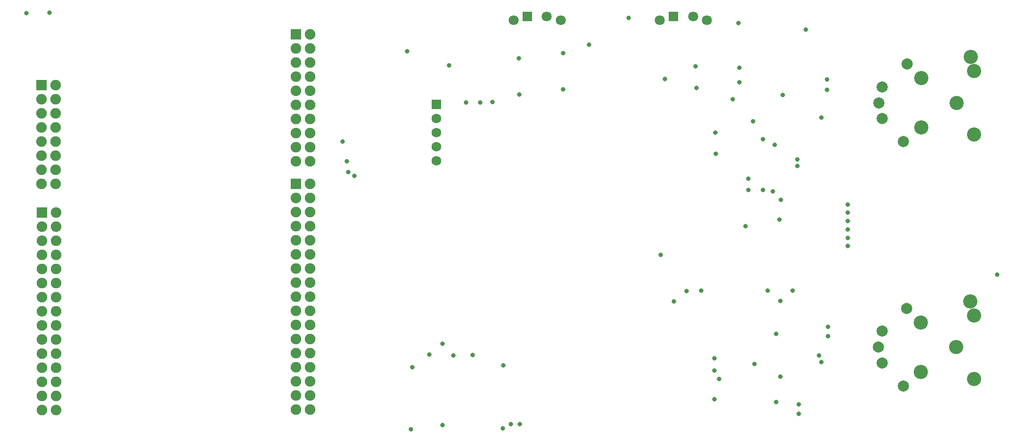
<source format=gbs>
G04*
G04 #@! TF.GenerationSoftware,Altium Limited,Altium Designer,19.0.15 (446)*
G04*
G04 Layer_Color=16711935*
%FSLAX25Y25*%
%MOIN*%
G70*
G01*
G75*
%ADD63C,0.10052*%
%ADD64C,0.07887*%
%ADD65R,0.07099X0.07099*%
%ADD66C,0.07099*%
%ADD67R,0.07493X0.07493*%
%ADD68C,0.07493*%
%ADD69C,0.06800*%
%ADD70R,0.06800X0.06800*%
%ADD71C,0.03162*%
D63*
X674902Y221595D02*
D03*
X662402Y244094D02*
D03*
X674902Y266595D02*
D03*
X672402Y276594D02*
D03*
X637402Y226594D02*
D03*
Y261595D02*
D03*
X637244Y88366D02*
D03*
Y53366D02*
D03*
X672244Y103366D02*
D03*
X674744Y93366D02*
D03*
X662244Y70866D02*
D03*
X674744Y48366D02*
D03*
D64*
X609902Y232844D02*
D03*
Y255345D02*
D03*
X607402Y244094D02*
D03*
X624902Y216595D02*
D03*
X627402Y271595D02*
D03*
X627244Y98366D02*
D03*
X624744Y43366D02*
D03*
X607244Y70866D02*
D03*
X609744Y82116D02*
D03*
Y59616D02*
D03*
D65*
X358937Y305118D02*
D03*
X462284D02*
D03*
D66*
X372716D02*
D03*
X349095Y302638D02*
D03*
X382559D02*
D03*
X476063Y305118D02*
D03*
X452441Y302638D02*
D03*
X485906D02*
D03*
D67*
X195179Y292538D02*
D03*
X15079Y256538D02*
D03*
X195080Y186638D02*
D03*
X15480Y166438D02*
D03*
D68*
X195179Y282538D02*
D03*
Y272538D02*
D03*
Y262538D02*
D03*
Y252538D02*
D03*
Y242538D02*
D03*
Y232538D02*
D03*
Y222538D02*
D03*
X205180D02*
D03*
Y232538D02*
D03*
Y242538D02*
D03*
Y252538D02*
D03*
Y262538D02*
D03*
Y272538D02*
D03*
Y282538D02*
D03*
Y292538D02*
D03*
Y212538D02*
D03*
Y202538D02*
D03*
X195179D02*
D03*
Y212538D02*
D03*
X25080Y256538D02*
D03*
Y246538D02*
D03*
Y236538D02*
D03*
Y226538D02*
D03*
Y216538D02*
D03*
Y206538D02*
D03*
Y196538D02*
D03*
Y186538D02*
D03*
X15079D02*
D03*
Y196538D02*
D03*
Y206538D02*
D03*
Y216538D02*
D03*
Y226538D02*
D03*
Y236538D02*
D03*
Y246538D02*
D03*
X195080Y36638D02*
D03*
Y26638D02*
D03*
X205080D02*
D03*
Y36638D02*
D03*
X195080Y106638D02*
D03*
Y96638D02*
D03*
X205080D02*
D03*
Y106638D02*
D03*
Y186638D02*
D03*
Y176638D02*
D03*
Y166638D02*
D03*
Y156638D02*
D03*
Y146638D02*
D03*
Y136638D02*
D03*
Y126638D02*
D03*
Y116638D02*
D03*
X195080D02*
D03*
Y126638D02*
D03*
Y136638D02*
D03*
Y146638D02*
D03*
Y156638D02*
D03*
Y166638D02*
D03*
Y176638D02*
D03*
Y86638D02*
D03*
Y76638D02*
D03*
Y66638D02*
D03*
X205080D02*
D03*
Y76638D02*
D03*
Y86638D02*
D03*
Y56638D02*
D03*
Y46638D02*
D03*
X195080D02*
D03*
Y56638D02*
D03*
X15480Y86438D02*
D03*
Y76438D02*
D03*
X25480D02*
D03*
Y86438D02*
D03*
Y166438D02*
D03*
Y156438D02*
D03*
Y146438D02*
D03*
Y136438D02*
D03*
Y126438D02*
D03*
Y116438D02*
D03*
Y106438D02*
D03*
Y96438D02*
D03*
X15480D02*
D03*
Y106438D02*
D03*
Y116438D02*
D03*
Y126438D02*
D03*
Y136438D02*
D03*
Y146438D02*
D03*
Y156438D02*
D03*
Y66438D02*
D03*
Y56438D02*
D03*
Y46438D02*
D03*
X25480D02*
D03*
Y56438D02*
D03*
Y66438D02*
D03*
Y36438D02*
D03*
Y26438D02*
D03*
X15480D02*
D03*
Y36438D02*
D03*
D69*
X294488Y202835D02*
D03*
Y212835D02*
D03*
Y222835D02*
D03*
Y232835D02*
D03*
D70*
Y242835D02*
D03*
D71*
X570866Y253150D02*
D03*
Y260477D02*
D03*
X303610Y270539D02*
D03*
X402411Y285433D02*
D03*
X585433Y142520D02*
D03*
Y148425D02*
D03*
Y154331D02*
D03*
Y160236D02*
D03*
Y166142D02*
D03*
X585433Y172047D02*
D03*
X538287Y175295D02*
D03*
X513189Y156595D02*
D03*
X491339Y33858D02*
D03*
X571654Y78642D02*
D03*
Y85433D02*
D03*
X508384Y300672D02*
D03*
X509055Y268898D02*
D03*
X277697Y56555D02*
D03*
X341595Y13248D02*
D03*
X341752Y57854D02*
D03*
X347244Y16142D02*
D03*
X353543Y16142D02*
D03*
X535039Y31890D02*
D03*
X494685Y48228D02*
D03*
X519436Y58957D02*
D03*
X546654Y110945D02*
D03*
X537795Y103543D02*
D03*
X529035Y111043D02*
D03*
X481890Y111024D02*
D03*
X471535Y110748D02*
D03*
X462598Y103366D02*
D03*
X453150Y136221D02*
D03*
X537205Y161221D02*
D03*
X532579Y181398D02*
D03*
X491732Y222835D02*
D03*
X492126Y208071D02*
D03*
X518504Y231102D02*
D03*
X478524Y254508D02*
D03*
X478031Y270000D02*
D03*
X384341Y253740D02*
D03*
X384132Y279408D02*
D03*
X334276Y244488D02*
D03*
X325417Y244268D02*
D03*
X315575D02*
D03*
X565177Y65039D02*
D03*
X504331Y246743D02*
D03*
X298819Y73228D02*
D03*
X228346Y216595D02*
D03*
X20866Y307874D02*
D03*
X4724Y307480D02*
D03*
X352756Y275590D02*
D03*
X320236Y65276D02*
D03*
X289606Y65512D02*
D03*
X456102Y260827D02*
D03*
X537795Y50000D02*
D03*
X535039Y80315D02*
D03*
X353150Y250000D02*
D03*
X298819Y15748D02*
D03*
X276437Y12657D02*
D03*
X533858Y214173D02*
D03*
X539705Y249508D02*
D03*
X274016Y280539D02*
D03*
X491339Y62992D02*
D03*
Y54331D02*
D03*
X566929Y60236D02*
D03*
X691339Y122441D02*
D03*
X509055Y258661D02*
D03*
X555905Y296063D02*
D03*
X430512Y304134D02*
D03*
X306693Y64961D02*
D03*
X525624Y182250D02*
D03*
Y218291D02*
D03*
X515354Y190157D02*
D03*
X550886Y30315D02*
D03*
X236690Y192126D02*
D03*
X515354Y182283D02*
D03*
X550787Y23622D02*
D03*
X550000Y199213D02*
D03*
Y203937D02*
D03*
X566929Y233465D02*
D03*
X232283Y194882D02*
D03*
X231299Y202538D02*
D03*
M02*

</source>
